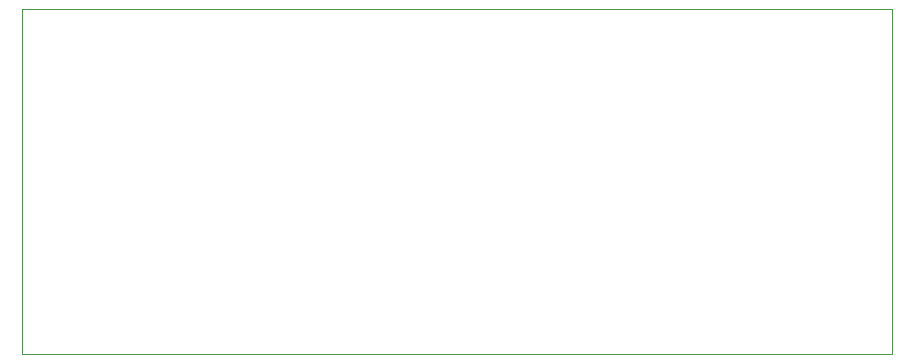
<source format=gko>
G04 #@! TF.FileFunction,Profile,NP*
%FSLAX46Y46*%
G04 Gerber Fmt 4.6, Leading zero omitted, Abs format (unit mm)*
G04 Created by KiCad (PCBNEW 4.0.6) date Sun Apr 16 23:54:16 2017*
%MOMM*%
%LPD*%
G01*
G04 APERTURE LIST*
%ADD10C,0.100000*%
G04 APERTURE END LIST*
D10*
X236220000Y-101600000D02*
X236220000Y-104140000D01*
X162560000Y-101600000D02*
X236220000Y-101600000D01*
X162560000Y-104140000D02*
X162560000Y-101600000D01*
X162560000Y-130810000D02*
X162560000Y-104140000D01*
X236220000Y-130810000D02*
X162560000Y-130810000D01*
X236220000Y-104140000D02*
X236220000Y-130810000D01*
M02*

</source>
